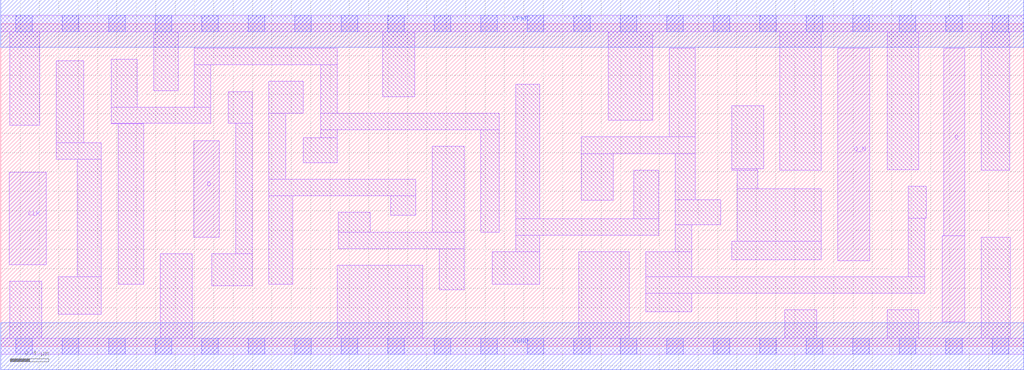
<source format=lef>
# Copyright 2020 The SkyWater PDK Authors
#
# Licensed under the Apache License, Version 2.0 (the "License");
# you may not use this file except in compliance with the License.
# You may obtain a copy of the License at
#
#     https://www.apache.org/licenses/LICENSE-2.0
#
# Unless required by applicable law or agreed to in writing, software
# distributed under the License is distributed on an "AS IS" BASIS,
# WITHOUT WARRANTIES OR CONDITIONS OF ANY KIND, either express or implied.
# See the License for the specific language governing permissions and
# limitations under the License.
#
# SPDX-License-Identifier: Apache-2.0

VERSION 5.7 ;
  NAMESCASESENSITIVE ON ;
  NOWIREEXTENSIONATPIN ON ;
  DIVIDERCHAR "/" ;
  BUSBITCHARS "[]" ;
UNITS
  DATABASE MICRONS 200 ;
END UNITS
MACRO sky130_fd_sc_lp__dfxbp_2
  CLASS CORE ;
  SOURCE USER ;
  FOREIGN sky130_fd_sc_lp__dfxbp_2 ;
  ORIGIN  0.000000  0.000000 ;
  SIZE  10.56000 BY  3.330000 ;
  SYMMETRY X Y R90 ;
  SITE unit ;
  PIN D
    ANTENNAGATEAREA  0.126000 ;
    DIRECTION INPUT ;
    USE SIGNAL ;
    PORT
      LAYER li1 ;
        RECT 1.995000 1.125000 2.255000 2.120000 ;
    END
  END D
  PIN Q
    ANTENNADIFFAREA  0.588000 ;
    DIRECTION OUTPUT ;
    USE SIGNAL ;
    PORT
      LAYER li1 ;
        RECT 9.720000 0.255000 9.955000 1.140000 ;
        RECT 9.735000 1.140000 9.955000 3.075000 ;
    END
  END Q
  PIN Q_N
    ANTENNADIFFAREA  0.588000 ;
    DIRECTION OUTPUT ;
    USE SIGNAL ;
    PORT
      LAYER li1 ;
        RECT 8.640000 0.885000 8.970000 3.075000 ;
    END
  END Q_N
  PIN CLK
    ANTENNAGATEAREA  0.159000 ;
    DIRECTION INPUT ;
    USE CLOCK ;
    PORT
      LAYER li1 ;
        RECT 0.090000 0.840000 0.470000 1.795000 ;
    END
  END CLK
  PIN VGND
    DIRECTION INOUT ;
    USE GROUND ;
    PORT
      LAYER met1 ;
        RECT 0.000000 -0.245000 10.560000 0.245000 ;
    END
  END VGND
  PIN VPWR
    DIRECTION INOUT ;
    USE POWER ;
    PORT
      LAYER met1 ;
        RECT 0.000000 3.085000 10.560000 3.575000 ;
    END
  END VPWR
  OBS
    LAYER li1 ;
      RECT  0.000000 -0.085000 10.560000 0.085000 ;
      RECT  0.000000  3.245000 10.560000 3.415000 ;
      RECT  0.095000  0.085000  0.425000 0.670000 ;
      RECT  0.095000  2.280000  0.405000 3.245000 ;
      RECT  0.575000  1.930000  1.040000 2.100000 ;
      RECT  0.575000  2.100000  0.855000 2.950000 ;
      RECT  0.595000  0.330000  1.040000 0.720000 ;
      RECT  0.790000  0.720000  1.040000 1.930000 ;
      RECT  1.140000  2.295000  1.475000 2.300000 ;
      RECT  1.140000  2.300000  2.170000 2.470000 ;
      RECT  1.140000  2.470000  1.410000 2.965000 ;
      RECT  1.215000  0.640000  1.475000 2.295000 ;
      RECT  1.580000  2.640000  1.830000 3.245000 ;
      RECT  1.645000  0.085000  1.975000 0.955000 ;
      RECT  2.000000  2.470000  2.170000 2.905000 ;
      RECT  2.000000  2.905000  3.475000 3.075000 ;
      RECT  2.180000  0.625000  2.595000 0.955000 ;
      RECT  2.350000  2.300000  2.595000 2.630000 ;
      RECT  2.425000  0.955000  2.595000 2.300000 ;
      RECT  2.765000  0.640000  3.015000 1.555000 ;
      RECT  2.765000  1.555000  4.285000 1.725000 ;
      RECT  2.765000  1.725000  2.945000 2.405000 ;
      RECT  2.765000  2.405000  3.125000 2.735000 ;
      RECT  3.125000  1.895000  3.475000 2.155000 ;
      RECT  3.305000  2.155000  3.475000 2.235000 ;
      RECT  3.305000  2.235000  5.145000 2.405000 ;
      RECT  3.305000  2.405000  3.475000 2.905000 ;
      RECT  3.475000  0.085000  4.355000 0.835000 ;
      RECT  3.485000  1.005000  4.785000 1.175000 ;
      RECT  3.485000  1.175000  3.815000 1.385000 ;
      RECT  3.945000  2.575000  4.275000 3.245000 ;
      RECT  4.025000  1.355000  4.285000 1.555000 ;
      RECT  4.455000  1.175000  4.785000 2.065000 ;
      RECT  4.525000  0.585000  4.785000 1.005000 ;
      RECT  4.955000  1.175000  5.145000 2.235000 ;
      RECT  5.075000  0.640000  5.565000 0.975000 ;
      RECT  5.315000  0.975000  5.565000 1.145000 ;
      RECT  5.315000  1.145000  6.795000 1.315000 ;
      RECT  5.315000  1.315000  5.565000 2.705000 ;
      RECT  5.970000  0.085000  6.490000 0.975000 ;
      RECT  5.995000  1.505000  6.325000 1.985000 ;
      RECT  5.995000  1.985000  7.170000 2.165000 ;
      RECT  6.270000  2.335000  6.730000 3.245000 ;
      RECT  6.535000  1.315000  6.795000 1.815000 ;
      RECT  6.660000  0.355000  7.135000 0.545000 ;
      RECT  6.660000  0.545000  9.540000 0.715000 ;
      RECT  6.660000  0.715000  7.135000 0.975000 ;
      RECT  6.900000  2.165000  7.170000 3.075000 ;
      RECT  6.965000  0.975000  7.135000 1.255000 ;
      RECT  6.965000  1.255000  7.435000 1.515000 ;
      RECT  6.965000  1.515000  7.170000 1.985000 ;
      RECT  7.545000  0.895000  8.470000 1.085000 ;
      RECT  7.545000  1.815000  7.815000 1.830000 ;
      RECT  7.545000  1.830000  7.875000 2.485000 ;
      RECT  7.605000  1.085000  8.470000 1.625000 ;
      RECT  7.605000  1.625000  7.815000 1.815000 ;
      RECT  8.045000  1.815000  8.470000 3.245000 ;
      RECT  8.095000  0.085000  8.425000 0.375000 ;
      RECT  9.150000  0.085000  9.480000 0.375000 ;
      RECT  9.150000  1.820000  9.480000 3.245000 ;
      RECT  9.370000  0.715000  9.540000 1.320000 ;
      RECT  9.370000  1.320000  9.555000 1.650000 ;
      RECT 10.125000  0.085000 10.420000 1.125000 ;
      RECT 10.125000  1.815000 10.415000 3.245000 ;
    LAYER mcon ;
      RECT  0.155000 -0.085000  0.325000 0.085000 ;
      RECT  0.155000  3.245000  0.325000 3.415000 ;
      RECT  0.635000 -0.085000  0.805000 0.085000 ;
      RECT  0.635000  3.245000  0.805000 3.415000 ;
      RECT  1.115000 -0.085000  1.285000 0.085000 ;
      RECT  1.115000  3.245000  1.285000 3.415000 ;
      RECT  1.595000 -0.085000  1.765000 0.085000 ;
      RECT  1.595000  3.245000  1.765000 3.415000 ;
      RECT  2.075000 -0.085000  2.245000 0.085000 ;
      RECT  2.075000  3.245000  2.245000 3.415000 ;
      RECT  2.555000 -0.085000  2.725000 0.085000 ;
      RECT  2.555000  3.245000  2.725000 3.415000 ;
      RECT  3.035000 -0.085000  3.205000 0.085000 ;
      RECT  3.035000  3.245000  3.205000 3.415000 ;
      RECT  3.515000 -0.085000  3.685000 0.085000 ;
      RECT  3.515000  3.245000  3.685000 3.415000 ;
      RECT  3.995000 -0.085000  4.165000 0.085000 ;
      RECT  3.995000  3.245000  4.165000 3.415000 ;
      RECT  4.475000 -0.085000  4.645000 0.085000 ;
      RECT  4.475000  3.245000  4.645000 3.415000 ;
      RECT  4.955000 -0.085000  5.125000 0.085000 ;
      RECT  4.955000  3.245000  5.125000 3.415000 ;
      RECT  5.435000 -0.085000  5.605000 0.085000 ;
      RECT  5.435000  3.245000  5.605000 3.415000 ;
      RECT  5.915000 -0.085000  6.085000 0.085000 ;
      RECT  5.915000  3.245000  6.085000 3.415000 ;
      RECT  6.395000 -0.085000  6.565000 0.085000 ;
      RECT  6.395000  3.245000  6.565000 3.415000 ;
      RECT  6.875000 -0.085000  7.045000 0.085000 ;
      RECT  6.875000  3.245000  7.045000 3.415000 ;
      RECT  7.355000 -0.085000  7.525000 0.085000 ;
      RECT  7.355000  3.245000  7.525000 3.415000 ;
      RECT  7.835000 -0.085000  8.005000 0.085000 ;
      RECT  7.835000  3.245000  8.005000 3.415000 ;
      RECT  8.315000 -0.085000  8.485000 0.085000 ;
      RECT  8.315000  3.245000  8.485000 3.415000 ;
      RECT  8.795000 -0.085000  8.965000 0.085000 ;
      RECT  8.795000  3.245000  8.965000 3.415000 ;
      RECT  9.275000 -0.085000  9.445000 0.085000 ;
      RECT  9.275000  3.245000  9.445000 3.415000 ;
      RECT  9.755000 -0.085000  9.925000 0.085000 ;
      RECT  9.755000  3.245000  9.925000 3.415000 ;
      RECT 10.235000 -0.085000 10.405000 0.085000 ;
      RECT 10.235000  3.245000 10.405000 3.415000 ;
  END
END sky130_fd_sc_lp__dfxbp_2

</source>
